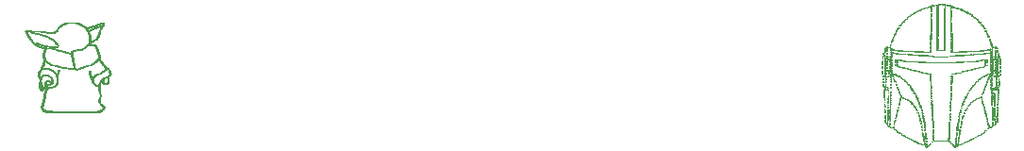
<source format=gbo>
G04*
G04 #@! TF.GenerationSoftware,Altium Limited,Altium Designer,20.0.12 (288)*
G04*
G04 Layer_Color=32896*
%FSLAX24Y24*%
%MOIN*%
G70*
G01*
G75*
%ADD12C,0.0020*%
%ADD75C,0.0030*%
D12*
X37040Y31660D02*
X37060D01*
X37100D02*
X37160D01*
X37180D02*
X37220D01*
X37240D02*
X37280D01*
X36980Y31640D02*
X37000D01*
X37040D02*
X37080D01*
X37100D02*
X37120D01*
X37180D02*
X37280D01*
X37300D02*
X37320D01*
X36820Y31620D02*
X36840D01*
X36860D02*
X36900D01*
X36960D02*
X37040D01*
X37260D02*
X37280D01*
X37300D02*
X37320D01*
X37360D02*
X37380D01*
X37400D02*
X37460D01*
X37480D02*
X37500D01*
X36800Y31600D02*
X36920D01*
X37020D02*
X37040D01*
X37280D02*
X37300D01*
X37360D02*
X37460D01*
X37480D02*
X37520D01*
X36740Y31580D02*
X36760D01*
X36780D02*
X36800D01*
X37000D02*
X37020D01*
X37040D02*
X37060D01*
X37500D02*
X37520D01*
X37540D02*
X37560D01*
X36680Y31560D02*
X36700D01*
X36720D02*
X36780D01*
X36800D02*
X36820D01*
X37000D02*
X37060D01*
X37280D02*
X37300D01*
X37480D02*
X37500D01*
X37520D02*
X37580D01*
X37600D02*
X37620D01*
X36620Y31540D02*
X36700D01*
X36760D02*
X36780D01*
X36800D02*
X36820D01*
X37000D02*
X37060D01*
X37280D02*
X37300D01*
X37480D02*
X37500D01*
X37520D02*
X37540D01*
X37560D02*
X37620D01*
X37660D02*
X37680D01*
X36560Y31520D02*
X36620D01*
X36640D02*
X36660D01*
X36780D02*
X36820D01*
X37000D02*
X37060D01*
X37280D02*
X37300D01*
X37480D02*
X37500D01*
X37620D02*
X37720D01*
X37740D02*
X37760D01*
X36520Y31500D02*
X36560D01*
X36780D02*
X36800D01*
X37000D02*
X37060D01*
X37240D02*
X37260D01*
X37280D02*
X37300D01*
X37480D02*
X37500D01*
X37700D02*
X37760D01*
X37780D02*
X37820D01*
X36460Y31480D02*
X36480D01*
X36500D02*
X36520D01*
X36800D02*
X36820D01*
X37000D02*
X37060D01*
X37240D02*
X37260D01*
X37280D02*
X37300D01*
X37480D02*
X37500D01*
X37760D02*
X37780D01*
X37800D02*
X37880D01*
X36380Y31460D02*
X36400D01*
X36420D02*
X36460D01*
X36780D02*
X36820D01*
X37000D02*
X37060D01*
X37240D02*
X37300D01*
X37480D02*
X37500D01*
X37820D02*
X37920D01*
X36360Y31440D02*
X36380D01*
X36400D02*
X36420D01*
X36780D02*
X36800D01*
X37000D02*
X37060D01*
X37240D02*
X37300D01*
X37480D02*
X37500D01*
X37860D02*
X37900D01*
X37920D02*
X37940D01*
X36320Y31420D02*
X36360D01*
X36780D02*
X36820D01*
X37000D02*
X37060D01*
X37240D02*
X37300D01*
X37480D02*
X37520D01*
X37940D02*
X38000D01*
X36300Y31400D02*
X36320D01*
X36780D02*
X36820D01*
X37000D02*
X37060D01*
X37240D02*
X37260D01*
X37280D02*
X37300D01*
X37480D02*
X37520D01*
X37960D02*
X38020D01*
X36260Y31380D02*
X36300D01*
X36780D02*
X36800D01*
X37000D02*
X37060D01*
X37240D02*
X37260D01*
X37280D02*
X37300D01*
X37480D02*
X37520D01*
X38000D02*
X38020D01*
X38060D02*
X38080D01*
X36200Y31360D02*
X36240D01*
X37000D02*
X37060D01*
X37240D02*
X37260D01*
X37280D02*
X37300D01*
X37480D02*
X37520D01*
X38020D02*
X38060D01*
X38080D02*
X38120D01*
X36200Y31340D02*
X36220D01*
X36800D02*
X36820D01*
X37000D02*
X37060D01*
X37240D02*
X37260D01*
X37280D02*
X37300D01*
X37480D02*
X37520D01*
X38060D02*
X38080D01*
X38120D02*
X38140D01*
X36160Y31320D02*
X36200D01*
X36780D02*
X36820D01*
X37000D02*
X37060D01*
X37240D02*
X37260D01*
X37280D02*
X37300D01*
X37480D02*
X37520D01*
X38100D02*
X38120D01*
X38140D02*
X38180D01*
X36100Y31300D02*
X36120D01*
X36140D02*
X36160D01*
X36800D02*
X36820D01*
X37000D02*
X37060D01*
X37240D02*
X37260D01*
X37280D02*
X37300D01*
X37480D02*
X37520D01*
X38160D02*
X38180D01*
X36080Y31280D02*
X36120D01*
X37000D02*
X37060D01*
X37240D02*
X37260D01*
X37280D02*
X37300D01*
X37480D02*
X37520D01*
X38180D02*
X38240D01*
X36040Y31260D02*
X36080D01*
X36780D02*
X36820D01*
X37000D02*
X37060D01*
X37240D02*
X37260D01*
X37280D02*
X37300D01*
X37480D02*
X37520D01*
X38220D02*
X38260D01*
X36020Y31240D02*
X36060D01*
X36780D02*
X36820D01*
X37000D02*
X37060D01*
X37260D02*
X37280D01*
X37480D02*
X37520D01*
X38220D02*
X38300D01*
X36000Y31220D02*
X36020D01*
X36780D02*
X36820D01*
X37000D02*
X37060D01*
X37260D02*
X37280D01*
X37480D02*
X37520D01*
X38280D02*
X38300D01*
X35960Y31200D02*
X36000D01*
X36780D02*
X36800D01*
X37000D02*
X37060D01*
X37240D02*
X37280D01*
X37480D02*
X37520D01*
X38300D02*
X38320D01*
X36780Y31180D02*
X36800D01*
X37000D02*
X37060D01*
X37240D02*
X37300D01*
X37480D02*
X37500D01*
X38300D02*
X38340D01*
X35940Y31160D02*
X35960D01*
X36780D02*
X36800D01*
X37000D02*
X37060D01*
X37260D02*
X37300D01*
X37480D02*
X37500D01*
X38320D02*
X38380D01*
X35920Y31140D02*
X35940D01*
X36780D02*
X36800D01*
X37000D02*
X37060D01*
X37260D02*
X37300D01*
X37480D02*
X37520D01*
X38380D02*
X38400D01*
X35880Y31120D02*
X35900D01*
X36780D02*
X36820D01*
X37000D02*
X37060D01*
X37260D02*
X37300D01*
X37480D02*
X37500D01*
X38380D02*
X38440D01*
X35860Y31100D02*
X35900D01*
X36780D02*
X36820D01*
X37000D02*
X37060D01*
X37260D02*
X37300D01*
X37480D02*
X37500D01*
X38420D02*
X38460D01*
X35840Y31080D02*
X35860D01*
X36800D02*
X36820D01*
X37000D02*
X37060D01*
X37240D02*
X37280D01*
X37480D02*
X37500D01*
X38420D02*
X38460D01*
X35820Y31060D02*
X35840D01*
X36800D02*
X36820D01*
X37000D02*
X37060D01*
X37260D02*
X37280D01*
X37480D02*
X37500D01*
X38440D02*
X38480D01*
X35800Y31040D02*
X35840D01*
X36800D02*
X36820D01*
X37000D02*
X37060D01*
X37260D02*
X37280D01*
X37480D02*
X37500D01*
X38460D02*
X38520D01*
X35780Y31020D02*
X35800D01*
X36800D02*
X36820D01*
X37000D02*
X37060D01*
X37240D02*
X37280D01*
X37480D02*
X37500D01*
X38480D02*
X38500D01*
X38520D02*
X38540D01*
X35780Y31000D02*
X35800D01*
X36780D02*
X36820D01*
X37000D02*
X37060D01*
X37240D02*
X37280D01*
X37480D02*
X37500D01*
X38500D02*
X38520D01*
X38540D02*
X38560D01*
X35740Y30980D02*
X35780D01*
X36780D02*
X36820D01*
X37000D02*
X37060D01*
X37260D02*
X37280D01*
X37480D02*
X37520D01*
X38500D02*
X38560D01*
X35740Y30960D02*
X35760D01*
X36780D02*
X36820D01*
X37000D02*
X37060D01*
X37260D02*
X37300D01*
X37480D02*
X37520D01*
X38540D02*
X38560D01*
X35720Y30940D02*
X35740D01*
X36780D02*
X36820D01*
X37000D02*
X37060D01*
X37260D02*
X37300D01*
X37500D02*
X37520D01*
X38560D02*
X38600D01*
X35700Y30920D02*
X35740D01*
X36780D02*
X36820D01*
X37000D02*
X37060D01*
X37260D02*
X37280D01*
X37480D02*
X37520D01*
X38560D02*
X38620D01*
X35680Y30900D02*
X35720D01*
X36780D02*
X36820D01*
X37000D02*
X37060D01*
X37260D02*
X37280D01*
X37480D02*
X37520D01*
X38580D02*
X38640D01*
X35660Y30880D02*
X35680D01*
X36780D02*
X36820D01*
X37000D02*
X37040D01*
X37260D02*
X37280D01*
X37480D02*
X37520D01*
X38600D02*
X38620D01*
X36780Y30860D02*
X36820D01*
X37000D02*
X37040D01*
X37260D02*
X37300D01*
X37480D02*
X37520D01*
X38620D02*
X38660D01*
X35660Y30840D02*
X35680D01*
X36780D02*
X36820D01*
X37000D02*
X37040D01*
X37260D02*
X37300D01*
X37480D02*
X37520D01*
X38660D02*
X38680D01*
X35620Y30820D02*
X35660D01*
X36780D02*
X36820D01*
X37000D02*
X37060D01*
X37260D02*
X37300D01*
X37480D02*
X37520D01*
X38640D02*
X38660D01*
X35620Y30800D02*
X35640D01*
X36780D02*
X36820D01*
X37000D02*
X37020D01*
X37040D02*
X37060D01*
X37260D02*
X37300D01*
X37480D02*
X37520D01*
X38640D02*
X38700D01*
X35600Y30780D02*
X35620D01*
X36780D02*
X36820D01*
X37000D02*
X37020D01*
X37040D02*
X37060D01*
X37260D02*
X37280D01*
X37500D02*
X37520D01*
X38700D02*
X38720D01*
X35580Y30760D02*
X35620D01*
X36800D02*
X36820D01*
X37000D02*
X37040D01*
X37260D02*
X37300D01*
X37480D02*
X37520D01*
X35580Y30740D02*
X35600D01*
X36800D02*
X36820D01*
X37000D02*
X37040D01*
X37260D02*
X37300D01*
X37480D02*
X37520D01*
X35560Y30720D02*
X35600D01*
X36780D02*
X36820D01*
X37000D02*
X37020D01*
X37260D02*
X37300D01*
X37480D02*
X37520D01*
X38700D02*
X38740D01*
X36780Y30700D02*
X36820D01*
X37000D02*
X37020D01*
X37480D02*
X37520D01*
X38700D02*
X38720D01*
X35560Y30680D02*
X35580D01*
X36780D02*
X36800D01*
X37000D02*
X37040D01*
X37260D02*
X37280D01*
X37480D02*
X37500D01*
X38720D02*
X38760D01*
X35540Y30660D02*
X35560D01*
X36780D02*
X36800D01*
X37000D02*
X37040D01*
X37260D02*
X37280D01*
X37480D02*
X37500D01*
X38740D02*
X38760D01*
X35540Y30640D02*
X35560D01*
X36780D02*
X36800D01*
X37000D02*
X37040D01*
X37260D02*
X37300D01*
X37480D02*
X37500D01*
X38760D02*
X38780D01*
X35520Y30620D02*
X35540D01*
X36780D02*
X36820D01*
X37000D02*
X37040D01*
X37260D02*
X37300D01*
X37520D02*
X37540D01*
X38740D02*
X38760D01*
X38780D02*
X38800D01*
X35500Y30600D02*
X35540D01*
X36780D02*
X36820D01*
X37000D02*
X37040D01*
X37480D02*
X37500D01*
X37520D02*
X37540D01*
X38760D02*
X38800D01*
X36780Y30580D02*
X36820D01*
X37000D02*
X37040D01*
X37260D02*
X37300D01*
X37520D02*
X37540D01*
X38760D02*
X38800D01*
X35480Y30560D02*
X35520D01*
X36760D02*
X36820D01*
X37000D02*
X37040D01*
X37260D02*
X37300D01*
X37500D02*
X37540D01*
X38800D02*
X38820D01*
X36760Y30540D02*
X36780D01*
X37000D02*
X37040D01*
X37260D02*
X37300D01*
X37500D02*
X37540D01*
X38800D02*
X38820D01*
X35480Y30520D02*
X35500D01*
X36760D02*
X36820D01*
X37000D02*
X37040D01*
X37260D02*
X37300D01*
X37500D02*
X37520D01*
X38800D02*
X38840D01*
X35460Y30500D02*
X35480D01*
X36760D02*
X36780D01*
X36800D02*
X36820D01*
X37000D02*
X37020D01*
X37260D02*
X37300D01*
X37500D02*
X37520D01*
X38800D02*
X38840D01*
X36760Y30480D02*
X36780D01*
X36800D02*
X36820D01*
X37000D02*
X37020D01*
X37260D02*
X37280D01*
X37500D02*
X37540D01*
X38820D02*
X38860D01*
X35440Y30460D02*
X35460D01*
X36760D02*
X36820D01*
X37000D02*
X37020D01*
X37260D02*
X37280D01*
X37520D02*
X37540D01*
X35440Y30440D02*
X35460D01*
X36760D02*
X36780D01*
X36800D02*
X36820D01*
X37000D02*
X37040D01*
X37260D02*
X37280D01*
X37500D02*
X37520D01*
X38860D02*
X38880D01*
X35420Y30420D02*
X35460D01*
X36760D02*
X36820D01*
X37000D02*
X37040D01*
X37260D02*
X37280D01*
X37500D02*
X37540D01*
X38840D02*
X38860D01*
X35420Y30400D02*
X35440D01*
X36760D02*
X36800D01*
X37000D02*
X37040D01*
X37260D02*
X37280D01*
X37500D02*
X37540D01*
X38860D02*
X38900D01*
X36780Y30380D02*
X36800D01*
X37000D02*
X37040D01*
X37260D02*
X37280D01*
X37520D02*
X37540D01*
X38860D02*
X38900D01*
X35400Y30360D02*
X35440D01*
X36780D02*
X36800D01*
X37000D02*
X37040D01*
X37260D02*
X37280D01*
X37520D02*
X37540D01*
X38860D02*
X38880D01*
X36780Y30340D02*
X36800D01*
X37000D02*
X37040D01*
X37260D02*
X37280D01*
X37500D02*
X37540D01*
X38880D02*
X38900D01*
X35400Y30320D02*
X35420D01*
X36760D02*
X36800D01*
X37000D02*
X37040D01*
X37260D02*
X37280D01*
X37500D02*
X37540D01*
X38880D02*
X38920D01*
X35380Y30300D02*
X35400D01*
X36760D02*
X36780D01*
X37000D02*
X37040D01*
X37260D02*
X37280D01*
X37500D02*
X37540D01*
X38880D02*
X38900D01*
X35380Y30280D02*
X35400D01*
X36760D02*
X36800D01*
X37000D02*
X37040D01*
X37260D02*
X37300D01*
X37500D02*
X37540D01*
X38900D02*
X38920D01*
X36760Y30260D02*
X36780D01*
X37000D02*
X37040D01*
X37260D02*
X37300D01*
X37500D02*
X37540D01*
X38900D02*
X38940D01*
X35360Y30240D02*
X35400D01*
X36760D02*
X36780D01*
X37000D02*
X37040D01*
X37260D02*
X37300D01*
X37500D02*
X37520D01*
X38900D02*
X38940D01*
X35360Y30220D02*
X35380D01*
X36760D02*
X36800D01*
X37000D02*
X37040D01*
X37260D02*
X37280D01*
X37500D02*
X37540D01*
X38900D02*
X38960D01*
X36780Y30200D02*
X36800D01*
X37000D02*
X37040D01*
X37260D02*
X37280D01*
X37500D02*
X37540D01*
X38920D02*
X38960D01*
X35340Y30180D02*
X35360D01*
X36780D02*
X36800D01*
X37000D02*
X37040D01*
X37260D02*
X37280D01*
X37500D02*
X37540D01*
X35220Y30160D02*
X35240D01*
X35340D02*
X35360D01*
X36760D02*
X36780D01*
X37000D02*
X37040D01*
X37260D02*
X37280D01*
X37500D02*
X37540D01*
X38920D02*
X38980D01*
X39060D02*
X39080D01*
X35200Y30140D02*
X35360D01*
X36760D02*
X36780D01*
X37000D02*
X37040D01*
X37260D02*
X37280D01*
X37500D02*
X37540D01*
X38940D02*
X38960D01*
X38980D02*
X39040D01*
X39060D02*
X39080D01*
X39100D02*
X39120D01*
X35180Y30120D02*
X35220D01*
X35320D02*
X35340D01*
X36780D02*
X36800D01*
X37000D02*
X37020D01*
X37260D02*
X37300D01*
X37500D02*
X37520D01*
X38940D02*
X38960D01*
X39060D02*
X39120D01*
X35200Y30100D02*
X35220D01*
X35340D02*
X35360D01*
X36760D02*
X36800D01*
X37000D02*
X37040D01*
X37260D02*
X37280D01*
X37500D02*
X37540D01*
X38940D02*
X38960D01*
X39100D02*
X39120D01*
X35160Y30080D02*
X35200D01*
X35220D02*
X35240D01*
X35340D02*
X35360D01*
X35400D02*
X35420D01*
X36780D02*
X36800D01*
X37020D02*
X37040D01*
X37260D02*
X37280D01*
X37500D02*
X37540D01*
X38880D02*
X38900D01*
X38940D02*
X38960D01*
X39060D02*
X39100D01*
X39120D02*
X39140D01*
X35160Y30060D02*
X35180D01*
X35220D02*
X35240D01*
X35340D02*
X35360D01*
X35380D02*
X35420D01*
X35440D02*
X35480D01*
X36780D02*
X36800D01*
X37000D02*
X37020D01*
X37260D02*
X37280D01*
X37520D02*
X37540D01*
X38800D02*
X38860D01*
X38900D02*
X38940D01*
X35160Y30040D02*
X35180D01*
X35220D02*
X35240D01*
X35340D02*
X35380D01*
X35420D02*
X35440D01*
X35460D02*
X35580D01*
X36760D02*
X36800D01*
X37000D02*
X37020D01*
X37040D02*
X37300D01*
X37520D02*
X37540D01*
X38700D02*
X38820D01*
X38840D02*
X38880D01*
X38940D02*
X38960D01*
X39060D02*
X39080D01*
X39120D02*
X39140D01*
X35360Y30020D02*
X35380D01*
X35500D02*
X35520D01*
X35560D02*
X35600D01*
X35620D02*
X35700D01*
X35720D02*
X35800D01*
X36780D02*
X36800D01*
X37020D02*
X37040D01*
X37060D02*
X37240D01*
X37500D02*
X37540D01*
X38520D02*
X38600D01*
X38620D02*
X38700D01*
X38720D02*
X38780D01*
X38940D02*
X38960D01*
X39060D02*
X39080D01*
X39120D02*
X39140D01*
X35220Y30000D02*
X35240D01*
X35380D02*
X35400D01*
X35620D02*
X35640D01*
X35660D02*
X35680D01*
X35700D02*
X35740D01*
X35780D02*
X35960D01*
X35980D02*
X36040D01*
X36780D02*
X36800D01*
X37500D02*
X37540D01*
X38300D02*
X38340D01*
X38380D02*
X38480D01*
X38500D02*
X38560D01*
X38600D02*
X38640D01*
X38900D02*
X38920D01*
X35160Y29980D02*
X35180D01*
X35380D02*
X35400D01*
X35880D02*
X36520D01*
X36760D02*
X36780D01*
X37500D02*
X37540D01*
X37780D02*
X37820D01*
X37840D02*
X38100D01*
X38120D02*
X38420D01*
X38920D02*
X38960D01*
X39060D02*
X39080D01*
X39120D02*
X39160D01*
X35140Y29960D02*
X35160D01*
X35180D02*
X35200D01*
X35360D02*
X35380D01*
X35420D02*
X35440D01*
X36220D02*
X36320D01*
X36360D02*
X36440D01*
X36460D02*
X36580D01*
X36600D02*
X36760D01*
X36780D02*
X36800D01*
X37500D02*
X37520D01*
X37540D02*
X37920D01*
X37940D02*
X38000D01*
X38020D02*
X38060D01*
X38880D02*
X38900D01*
X38920D02*
X38960D01*
X39040D02*
X39080D01*
X39100D02*
X39160D01*
X35220Y29940D02*
X35260D01*
X35380D02*
X35420D01*
X35440D02*
X35460D01*
X35480D02*
X35520D01*
X38780D02*
X38800D01*
X38820D02*
X38840D01*
X38860D02*
X38880D01*
X38900D02*
X38920D01*
X39040D02*
X39060D01*
X39080D02*
X39100D01*
X35100Y29920D02*
X35140D01*
X35220D02*
X35260D01*
X35380D02*
X35400D01*
X35520D02*
X35620D01*
X38640D02*
X38680D01*
X38700D02*
X38820D01*
X38900D02*
X38960D01*
X39180D02*
X39200D01*
X35100Y29900D02*
X35120D01*
X35240D02*
X35260D01*
X35360D02*
X35420D01*
X35560D02*
X35600D01*
X35620D02*
X35680D01*
X35700D02*
X35760D01*
X35780D02*
X35800D01*
X38480D02*
X38500D01*
X38520D02*
X38560D01*
X38580D02*
X38640D01*
X38660D02*
X38720D01*
X38880D02*
X38900D01*
X38920D02*
X38960D01*
X39060D02*
X39100D01*
X39160D02*
X39200D01*
X35220Y29880D02*
X35240D01*
X35360D02*
X35380D01*
X35400D02*
X35420D01*
X35740D02*
X35780D01*
X35800D02*
X35840D01*
X35860D02*
X35900D01*
X35940D02*
X36020D01*
X36060D02*
X36120D01*
X38180D02*
X38220D01*
X38300D02*
X38560D01*
X38940D02*
X38960D01*
X39040D02*
X39080D01*
X39160D02*
X39200D01*
X35120Y29860D02*
X35140D01*
X35400D02*
X35420D01*
X36000D02*
X36080D01*
X36100D02*
X36160D01*
X36180D02*
X36220D01*
X36240D02*
X36560D01*
X36580D02*
X36680D01*
X37660D02*
X37740D01*
X37780D02*
X37920D01*
X37960D02*
X38040D01*
X38060D02*
X38180D01*
X38200D02*
X38300D01*
X38880D02*
X38920D01*
X38940D02*
X38960D01*
X39040D02*
X39060D01*
X39080D02*
X39100D01*
X39160D02*
X39180D01*
X35100Y29840D02*
X35160D01*
X35200D02*
X35260D01*
X35360D02*
X35420D01*
X36340D02*
X36500D01*
X36520D02*
X36600D01*
X36620D02*
X36800D01*
X36820D02*
X36860D01*
X37440D02*
X37500D01*
X37520D02*
X37580D01*
X37600D02*
X37700D01*
X37720D02*
X37840D01*
X37860D02*
X37880D01*
X37920D02*
X37960D01*
X38880D02*
X38900D01*
X38920D02*
X38940D01*
X39060D02*
X39080D01*
X39180D02*
X39200D01*
X35080Y29820D02*
X35100D01*
X35140D02*
X35160D01*
X35220D02*
X35240D01*
X35340D02*
X35360D01*
X35380D02*
X35400D01*
X36840D02*
X36880D01*
X38900D02*
X38960D01*
X39040D02*
X39060D01*
X39080D02*
X39100D01*
X39140D02*
X39160D01*
X39200D02*
X39220D01*
X35080Y29800D02*
X35100D01*
X35140D02*
X35160D01*
X35220D02*
X35260D01*
X35280D02*
X35320D01*
X35340D02*
X35380D01*
X35400D02*
X35420D01*
X36860D02*
X36980D01*
X37320D02*
X37400D01*
X38900D02*
X38940D01*
X38960D02*
X38980D01*
X39000D02*
X39080D01*
X39140D02*
X39160D01*
X35240Y29780D02*
X35280D01*
X35320D02*
X35360D01*
X35400D02*
X35420D01*
X36900D02*
X37100D01*
X37120D02*
X37220D01*
X37240D02*
X37380D01*
X38880D02*
X38980D01*
X39020D02*
X39040D01*
X39080D02*
X39100D01*
X39120D02*
X39160D01*
X39200D02*
X39220D01*
X35080Y29760D02*
X35100D01*
X35160D02*
X35200D01*
X35220D02*
X35260D01*
X35360D02*
X35400D01*
X38880D02*
X38900D01*
X38920D02*
X38960D01*
X39040D02*
X39100D01*
X39140D02*
X39160D01*
X39200D02*
X39220D01*
X35080Y29740D02*
X35100D01*
X35140D02*
X35180D01*
X35200D02*
X35240D01*
X35320D02*
X35340D01*
X38940D02*
X38960D01*
X39020D02*
X39060D01*
X39120D02*
X39160D01*
X35140Y29720D02*
X35160D01*
X35200D02*
X35220D01*
X35260D02*
X35280D01*
X35340D02*
X35400D01*
X38900D02*
X38920D01*
X38940D02*
X38980D01*
X39060D02*
X39160D01*
X39220D02*
X39240D01*
X35140Y29700D02*
X35160D01*
X35180D02*
X35200D01*
X35240D02*
X35280D01*
X35340D02*
X35360D01*
X35380D02*
X35420D01*
X35520D02*
X35540D01*
X35560D02*
X35580D01*
X38700D02*
X38720D01*
X38740D02*
X38780D01*
X38900D02*
X38920D01*
X38940D02*
X38980D01*
X39020D02*
X39040D01*
X39060D02*
X39080D01*
X39100D02*
X39120D01*
X39140D02*
X39160D01*
X39200D02*
X39240D01*
X35180Y29680D02*
X35200D01*
X35240D02*
X35260D01*
X35280D02*
X35320D01*
X35340D02*
X35360D01*
X35400D02*
X35420D01*
X35540D02*
X35580D01*
X35600D02*
X35640D01*
X35660D02*
X35760D01*
X38560D02*
X38660D01*
X38680D02*
X38700D01*
X38920D02*
X38940D01*
X38960D02*
X39020D01*
X39040D02*
X39080D01*
X39100D02*
X39160D01*
X39200D02*
X39220D01*
X35080Y29660D02*
X35100D01*
X35140D02*
X35160D01*
X35200D02*
X35240D01*
X35320D02*
X35340D01*
X35360D02*
X35420D01*
X35520D02*
X35540D01*
X35600D02*
X35620D01*
X35680D02*
X35720D01*
X35740D02*
X35820D01*
X35840D02*
X35900D01*
X38400D02*
X38500D01*
X38520D02*
X38600D01*
X38700D02*
X38720D01*
X38760D02*
X38780D01*
X38880D02*
X38900D01*
X38920D02*
X38980D01*
X39080D02*
X39100D01*
X39120D02*
X39140D01*
X39220D02*
X39240D01*
X35060Y29640D02*
X35100D01*
X35140D02*
X35180D01*
X35200D02*
X35240D01*
X35320D02*
X35380D01*
X35600D02*
X35620D01*
X35820D02*
X35860D01*
X35880D02*
X35920D01*
X35940D02*
X36100D01*
X38180D02*
X38220D01*
X38240D02*
X38380D01*
X38400D02*
X38460D01*
X38680D02*
X38720D01*
X38760D02*
X38780D01*
X38900D02*
X38980D01*
X39040D02*
X39060D01*
X39080D02*
X39100D01*
X39120D02*
X39160D01*
X39200D02*
X39220D01*
X35060Y29620D02*
X35100D01*
X35140D02*
X35180D01*
X35200D02*
X35220D01*
X35360D02*
X35380D01*
X35520D02*
X35540D01*
X35580D02*
X35620D01*
X36020D02*
X36160D01*
X36180D02*
X36240D01*
X36260D02*
X36400D01*
X36420D02*
X36480D01*
X36520D02*
X36600D01*
X37680D02*
X37780D01*
X37820D02*
X37860D01*
X37880D02*
X37940D01*
X37980D02*
X38000D01*
X38040D02*
X38180D01*
X38220D02*
X38260D01*
X38900D02*
X38920D01*
X38940D02*
X38980D01*
X39040D02*
X39160D01*
X39220D02*
X39240D01*
X35060Y29600D02*
X35080D01*
X35140D02*
X35180D01*
X35200D02*
X35220D01*
X35340D02*
X35420D01*
X35520D02*
X35540D01*
X35580D02*
X35620D01*
X36360D02*
X36440D01*
X36480D02*
X36640D01*
X36660D02*
X36720D01*
X36760D02*
X36840D01*
X36880D02*
X37140D01*
X37160D02*
X37440D01*
X37480D02*
X37700D01*
X37720D02*
X37920D01*
X38680D02*
X38720D01*
X38760D02*
X38780D01*
X38900D02*
X38980D01*
X39040D02*
X39140D01*
X39220D02*
X39240D01*
X35140Y29580D02*
X35200D01*
X35240D02*
X35260D01*
X35340D02*
X35380D01*
X35400D02*
X35420D01*
X35580D02*
X35620D01*
X36980D02*
X37040D01*
X37080D02*
X37320D01*
X38680D02*
X38720D01*
X38880D02*
X38920D01*
X38940D02*
X38980D01*
X39040D02*
X39100D01*
X39120D02*
X39140D01*
X39220D02*
X39240D01*
X35060Y29560D02*
X35080D01*
X35140D02*
X35200D01*
X35220D02*
X35260D01*
X35340D02*
X35360D01*
X35400D02*
X35420D01*
X35580D02*
X35600D01*
X38700D02*
X38720D01*
X38880D02*
X38900D01*
X38940D02*
X38980D01*
X39080D02*
X39160D01*
X39200D02*
X39240D01*
X35060Y29540D02*
X35080D01*
X35140D02*
X35200D01*
X35220D02*
X35260D01*
X35320D02*
X35360D01*
X35380D02*
X35420D01*
X35520D02*
X35540D01*
X35580D02*
X35620D01*
X38680D02*
X38720D01*
X38880D02*
X38980D01*
X39040D02*
X39160D01*
X39220D02*
X39240D01*
X35140Y29520D02*
X35200D01*
X35220D02*
X35240D01*
X35320D02*
X35360D01*
X35380D02*
X35420D01*
X35520D02*
X35540D01*
X35600D02*
X35620D01*
X38680D02*
X38700D01*
X38880D02*
X38980D01*
X39040D02*
X39120D01*
X39140D02*
X39160D01*
X39220D02*
X39240D01*
X35140Y29500D02*
X35160D01*
X35180D02*
X35200D01*
X35220D02*
X35240D01*
X35380D02*
X35400D01*
X35520D02*
X35540D01*
X35580D02*
X35620D01*
X38700D02*
X38720D01*
X38760D02*
X38780D01*
X38920D02*
X38960D01*
X39060D02*
X39160D01*
X35140Y29480D02*
X35180D01*
X35220D02*
X35240D01*
X35340D02*
X35360D01*
X35400D02*
X35420D01*
X35520D02*
X35600D01*
X38700D02*
X38780D01*
X38880D02*
X38900D01*
X38920D02*
X38940D01*
X38960D02*
X38980D01*
X39040D02*
X39080D01*
X39100D02*
X39120D01*
X39140D02*
X39160D01*
X35060Y29460D02*
X35080D01*
X35140D02*
X35200D01*
X35320D02*
X35340D01*
X35380D02*
X35420D01*
X35600D02*
X35620D01*
X35640D02*
X35680D01*
X38640D02*
X38700D01*
X38880D02*
X38900D01*
X38920D02*
X38940D01*
X38960D02*
X38980D01*
X39100D02*
X39120D01*
X39140D02*
X39160D01*
X39220D02*
X39240D01*
X35060Y29440D02*
X35080D01*
X35160D02*
X35240D01*
X35320D02*
X35340D01*
X35380D02*
X35400D01*
X35660D02*
X35680D01*
X35700D02*
X35760D01*
X38560D02*
X38600D01*
X38620D02*
X38640D01*
X38880D02*
X38900D01*
X38920D02*
X38940D01*
X38960D02*
X38980D01*
X39060D02*
X39100D01*
X39120D02*
X39140D01*
X39220D02*
X39240D01*
X35140Y29420D02*
X35200D01*
X35320D02*
X35400D01*
X35760D02*
X35800D01*
X35820D02*
X35840D01*
X38480D02*
X38560D01*
X38880D02*
X38900D01*
X38920D02*
X38980D01*
X39040D02*
X39100D01*
X39120D02*
X39140D01*
X35060Y29400D02*
X35080D01*
X35140D02*
X35180D01*
X35240D02*
X35260D01*
X35320D02*
X35340D01*
X35380D02*
X35420D01*
X35780D02*
X35860D01*
X35900D02*
X35920D01*
X38380D02*
X38500D01*
X38880D02*
X38900D01*
X38920D02*
X38980D01*
X39080D02*
X39160D01*
X39220D02*
X39240D01*
X35060Y29380D02*
X35080D01*
X35140D02*
X35160D01*
X35180D02*
X35240D01*
X35340D02*
X35420D01*
X35860D02*
X36000D01*
X38320D02*
X38360D01*
X38380D02*
X38420D01*
X38880D02*
X38900D01*
X38920D02*
X38980D01*
X39040D02*
X39120D01*
X39140D02*
X39160D01*
X39220D02*
X39240D01*
X35140Y29360D02*
X35160D01*
X35180D02*
X35200D01*
X35340D02*
X35400D01*
X35960D02*
X36080D01*
X38220D02*
X38240D01*
X38260D02*
X38300D01*
X38320D02*
X38340D01*
X38880D02*
X38980D01*
X39060D02*
X39080D01*
X39120D02*
X39140D01*
X35140Y29340D02*
X35160D01*
X35180D02*
X35200D01*
X35220D02*
X35240D01*
X35320D02*
X35340D01*
X35380D02*
X35420D01*
X36040D02*
X36060D01*
X36080D02*
X36120D01*
X36140D02*
X36160D01*
X38160D02*
X38260D01*
X38880D02*
X38900D01*
X38920D02*
X38960D01*
X39040D02*
X39120D01*
X39140D02*
X39160D01*
X39220D02*
X39240D01*
X35140Y29320D02*
X35160D01*
X35180D02*
X35280D01*
X35360D02*
X35420D01*
X36120D02*
X36260D01*
X38060D02*
X38080D01*
X38100D02*
X38140D01*
X38160D02*
X38180D01*
X38900D02*
X38920D01*
X38940D02*
X39000D01*
X39020D02*
X39100D01*
X39120D02*
X39140D01*
X39220D02*
X39240D01*
X35060Y29300D02*
X35080D01*
X35140D02*
X35200D01*
X35220D02*
X35260D01*
X35280D02*
X35300D01*
X35320D02*
X35340D01*
X35380D02*
X35400D01*
X36200D02*
X36240D01*
X36280D02*
X36320D01*
X37980D02*
X38000D01*
X38060D02*
X38100D01*
X38900D02*
X38940D01*
X38960D02*
X38980D01*
X39000D02*
X39020D01*
X39040D02*
X39080D01*
X39100D02*
X39120D01*
X39140D02*
X39160D01*
X39220D02*
X39240D01*
X35140Y29280D02*
X35180D01*
X35200D02*
X35240D01*
X35300D02*
X35320D01*
X35340D02*
X35380D01*
X35400D02*
X35420D01*
X36300D02*
X36400D01*
X37900D02*
X38020D01*
X38880D02*
X38900D01*
X38920D02*
X38980D01*
X39080D02*
X39100D01*
X39120D02*
X39160D01*
X39220D02*
X39240D01*
X35060Y29260D02*
X35080D01*
X35140D02*
X35160D01*
X35180D02*
X35200D01*
X35300D02*
X35340D01*
X35400D02*
X35420D01*
X36360D02*
X36400D01*
X36420D02*
X36480D01*
X37880D02*
X37920D01*
X38920D02*
X38940D01*
X38960D02*
X38980D01*
X39060D02*
X39100D01*
X39120D02*
X39180D01*
X39220D02*
X39240D01*
X35060Y29240D02*
X35080D01*
X35160D02*
X35180D01*
X35200D02*
X35220D01*
X35300D02*
X35320D01*
X36460D02*
X36480D01*
X36520D02*
X36560D01*
X37740D02*
X37860D01*
X38880D02*
X38940D01*
X38960D02*
X39000D01*
X39060D02*
X39160D01*
X35140Y29220D02*
X35160D01*
X35300D02*
X35320D01*
X35380D02*
X35420D01*
X36520D02*
X36560D01*
X36580D02*
X36640D01*
X37660D02*
X37680D01*
X37700D02*
X37720D01*
X37740D02*
X37760D01*
X38880D02*
X38900D01*
X38920D02*
X38940D01*
X38960D02*
X38980D01*
X39080D02*
X39120D01*
X39140D02*
X39180D01*
X35160Y29200D02*
X35180D01*
X35200D02*
X35220D01*
X35300D02*
X35320D01*
X35360D02*
X35400D01*
X35440D02*
X35480D01*
X36620D02*
X36680D01*
X36700D02*
X36740D01*
X37580D02*
X37680D01*
X38840D02*
X38880D01*
X38920D02*
X38960D01*
X38980D02*
X39000D01*
X39080D02*
X39120D01*
X39140D02*
X39160D01*
X39220D02*
X39240D01*
X35060Y29180D02*
X35080D01*
X35140D02*
X35160D01*
X35180D02*
X35200D01*
X35380D02*
X35440D01*
X35460D02*
X35540D01*
X36680D02*
X36800D01*
X37520D02*
X37600D01*
X38780D02*
X38820D01*
X38860D02*
X38920D01*
X39080D02*
X39100D01*
X39120D02*
X39160D01*
X39220D02*
X39240D01*
X35140Y29160D02*
X35180D01*
X35360D02*
X35380D01*
X35420D02*
X35440D01*
X35460D02*
X35520D01*
X35560D02*
X35580D01*
X36760D02*
X36800D01*
X38720D02*
X38800D01*
X38840D02*
X38880D01*
X38920D02*
X38960D01*
X39100D02*
X39160D01*
X39220D02*
X39240D01*
X35080Y29140D02*
X35100D01*
X35120D02*
X35140D01*
X35160D02*
X35180D01*
X35280D02*
X35320D01*
X35380D02*
X35420D01*
X35440D02*
X35460D01*
X35540D02*
X35580D01*
X36780D02*
X36800D01*
X37500D02*
X37540D01*
X38680D02*
X38720D01*
X38740D02*
X38760D01*
X38880D02*
X38920D01*
X38960D02*
X38980D01*
X39000D02*
X39020D01*
X39100D02*
X39140D01*
X39180D02*
X39220D01*
X35080Y29120D02*
X35160D01*
X35180D02*
X35200D01*
X35280D02*
X35300D01*
X35320D02*
X35340D01*
X35360D02*
X35380D01*
X35420D02*
X35460D01*
X35600D02*
X35640D01*
X35660D02*
X35680D01*
X36760D02*
X36800D01*
X37500D02*
X37540D01*
X38640D02*
X38660D01*
X38680D02*
X38700D01*
X38860D02*
X38880D01*
X38920D02*
X38960D01*
X39000D02*
X39040D01*
X39100D02*
X39120D01*
X39140D02*
X39160D01*
X39180D02*
X39220D01*
X35100Y29100D02*
X35120D01*
X35140D02*
X35160D01*
X35180D02*
X35240D01*
X35260D02*
X35280D01*
X35360D02*
X35400D01*
X35620D02*
X35680D01*
X36760D02*
X36780D01*
X37500D02*
X37540D01*
X38620D02*
X38680D01*
X38840D02*
X38860D01*
X38900D02*
X38920D01*
X39020D02*
X39060D01*
X39080D02*
X39100D01*
X39120D02*
X39140D01*
X39160D02*
X39180D01*
X35120Y29080D02*
X35140D01*
X35180D02*
X35200D01*
X35380D02*
X35400D01*
X35440D02*
X35480D01*
X35680D02*
X35720D01*
X36760D02*
X36800D01*
X37520D02*
X37540D01*
X38580D02*
X38640D01*
X38820D02*
X38860D01*
X38900D02*
X38920D01*
X39080D02*
X39100D01*
X39180D02*
X39200D01*
X35180Y29060D02*
X35200D01*
X35360D02*
X35380D01*
X35720D02*
X35760D01*
X36760D02*
X36800D01*
X37520D02*
X37540D01*
X38540D02*
X38600D01*
X38820D02*
X38840D01*
X38920D02*
X38940D01*
X39080D02*
X39120D01*
X35100Y29040D02*
X35120D01*
X35180D02*
X35220D01*
X35380D02*
X35400D01*
X35460D02*
X35500D01*
X35740D02*
X35760D01*
X37500D02*
X37540D01*
X38520D02*
X38540D01*
X38820D02*
X38840D01*
X39080D02*
X39100D01*
X35100Y29020D02*
X35120D01*
X35380D02*
X35400D01*
X35480D02*
X35500D01*
X35760D02*
X35780D01*
X36760D02*
X36800D01*
X37500D02*
X37540D01*
X38500D02*
X38520D01*
X38800D02*
X38820D01*
X38920D02*
X38940D01*
X39100D02*
X39120D01*
X39180D02*
X39200D01*
X35200Y29000D02*
X35220D01*
X35360D02*
X35380D01*
X35480D02*
X35500D01*
X35780D02*
X35800D01*
X36760D02*
X36780D01*
X37520D02*
X37540D01*
X38480D02*
X38520D01*
X38920D02*
X38940D01*
X39080D02*
X39120D01*
X39180D02*
X39200D01*
X35100Y28980D02*
X35120D01*
X35180D02*
X35200D01*
X35380D02*
X35400D01*
X35480D02*
X35500D01*
X35820D02*
X35840D01*
X36760D02*
X36800D01*
X37520D02*
X37540D01*
X38460D02*
X38480D01*
X38800D02*
X38820D01*
X38900D02*
X38940D01*
X39080D02*
X39100D01*
X39180D02*
X39200D01*
X35180Y28960D02*
X35200D01*
X35380D02*
X35400D01*
X35500D02*
X35520D01*
X35860D02*
X35880D01*
X36760D02*
X36800D01*
X37500D02*
X37540D01*
X38440D02*
X38460D01*
X38780D02*
X38800D01*
X38900D02*
X38940D01*
X39080D02*
X39100D01*
X39180D02*
X39200D01*
X35100Y28940D02*
X35120D01*
X35180D02*
X35220D01*
X35380D02*
X35400D01*
X35500D02*
X35540D01*
X35840D02*
X35860D01*
X35880D02*
X35900D01*
X36780D02*
X36800D01*
X37500D02*
X37520D01*
X38400D02*
X38440D01*
X38780D02*
X38800D01*
X38900D02*
X38920D01*
X39080D02*
X39120D01*
X35100Y28920D02*
X35120D01*
X35360D02*
X35400D01*
X35520D02*
X35540D01*
X35860D02*
X35920D01*
X36780D02*
X36800D01*
X37500D02*
X37540D01*
X38380D02*
X38400D01*
X38760D02*
X38780D01*
X38900D02*
X38920D01*
X39180D02*
X39220D01*
X35120Y28900D02*
X35200D01*
X35380D02*
X35400D01*
X35920D02*
X35940D01*
X36780D02*
X36800D01*
X37500D02*
X37540D01*
X38760D02*
X38780D01*
X38900D02*
X38940D01*
X39100D02*
X39120D01*
X39140D02*
X39180D01*
X39200D02*
X39220D01*
X35100Y28880D02*
X35120D01*
X35160D02*
X35180D01*
X35380D02*
X35400D01*
X35540D02*
X35560D01*
X36780D02*
X36800D01*
X37500D02*
X37520D01*
X38360D02*
X38380D01*
X38920D02*
X38940D01*
X39080D02*
X39120D01*
X39180D02*
X39200D01*
X35940Y28860D02*
X35960D01*
X36780D02*
X36800D01*
X37500D02*
X37520D01*
X38340D02*
X38360D01*
X38740D02*
X38760D01*
X38920D02*
X38940D01*
X39080D02*
X39120D01*
X39180D02*
X39220D01*
X35180Y28840D02*
X35200D01*
X35360D02*
X35380D01*
X35540D02*
X35560D01*
X35940D02*
X35960D01*
X35980D02*
X36000D01*
X36780D02*
X36800D01*
X38740D02*
X38760D01*
X38900D02*
X38940D01*
X39100D02*
X39120D01*
X39180D02*
X39200D01*
X35100Y28820D02*
X35120D01*
X35180D02*
X35200D01*
X35540D02*
X35580D01*
X35980D02*
X36020D01*
X36780D02*
X36800D01*
X37500D02*
X37520D01*
X38320D02*
X38340D01*
X38720D02*
X38740D01*
X38900D02*
X38940D01*
X39200D02*
X39220D01*
X35100Y28800D02*
X35120D01*
X35180D02*
X35200D01*
X35360D02*
X35400D01*
X36000D02*
X36020D01*
X36780D02*
X36800D01*
X38280D02*
X38320D01*
X38720D02*
X38740D01*
X38900D02*
X38940D01*
X39100D02*
X39120D01*
X39180D02*
X39200D01*
X35100Y28780D02*
X35120D01*
X35180D02*
X35200D01*
X35360D02*
X35380D01*
X35560D02*
X35600D01*
X36020D02*
X36060D01*
X36780D02*
X36800D01*
X38260D02*
X38280D01*
X38900D02*
X38940D01*
X39120D02*
X39140D01*
X39160D02*
X39220D01*
X35100Y28760D02*
X35200D01*
X36060D02*
X36080D01*
X36780D02*
X36820D01*
X37500D02*
X37520D01*
X38240D02*
X38280D01*
X38700D02*
X38720D01*
X38920D02*
X38940D01*
X39100D02*
X39120D01*
X39180D02*
X39200D01*
X35120Y28740D02*
X35180D01*
X35200D02*
X35220D01*
X35380D02*
X35400D01*
X36780D02*
X36820D01*
X37500D02*
X37520D01*
X38220D02*
X38240D01*
X38700D02*
X38720D01*
X38900D02*
X38920D01*
X39080D02*
X39180D01*
X35140Y28720D02*
X35160D01*
X35180D02*
X35260D01*
X35360D02*
X35380D01*
X35580D02*
X35620D01*
X36040D02*
X36060D01*
X36080D02*
X36100D01*
X36780D02*
X36800D01*
X38240D02*
X38260D01*
X38700D02*
X38720D01*
X38900D02*
X38920D01*
X39040D02*
X39100D01*
X39120D02*
X39140D01*
X35160Y28700D02*
X35200D01*
X35240D02*
X35260D01*
X35280D02*
X35300D01*
X35360D02*
X35380D01*
X35600D02*
X35620D01*
X36060D02*
X36080D01*
X36100D02*
X36120D01*
X36800D02*
X36820D01*
X37480D02*
X37500D01*
X38680D02*
X38700D01*
X38900D02*
X38960D01*
X39020D02*
X39040D01*
X39080D02*
X39100D01*
X39120D02*
X39140D01*
X35180Y28680D02*
X35200D01*
X35260D02*
X35300D01*
X35360D02*
X35380D01*
X35600D02*
X35620D01*
X36080D02*
X36120D01*
X36780D02*
X36820D01*
X37480D02*
X37520D01*
X38200D02*
X38220D01*
X38680D02*
X38700D01*
X38900D02*
X38940D01*
X39000D02*
X39040D01*
X39100D02*
X39140D01*
X35140Y28660D02*
X35160D01*
X35180D02*
X35200D01*
X35240D02*
X35260D01*
X35620D02*
X35640D01*
X36080D02*
X36100D01*
X36120D02*
X36140D01*
X36780D02*
X36800D01*
X37480D02*
X37520D01*
X38200D02*
X38220D01*
X38660D02*
X38680D01*
X38900D02*
X38920D01*
X38940D02*
X38960D01*
X39000D02*
X39020D01*
X39040D02*
X39080D01*
X39100D02*
X39120D01*
X39140D02*
X39180D01*
X35120Y28640D02*
X35180D01*
X35200D02*
X35240D01*
X35260D02*
X35300D01*
X35620D02*
X35640D01*
X36100D02*
X36140D01*
X36780D02*
X36800D01*
X37480D02*
X37500D01*
X38160D02*
X38200D01*
X38660D02*
X38680D01*
X38940D02*
X38960D01*
X39020D02*
X39040D01*
X39060D02*
X39080D01*
X39120D02*
X39140D01*
X39160D02*
X39180D01*
X35640Y28620D02*
X35660D01*
X36140D02*
X36160D01*
X36780D02*
X36800D01*
X37500D02*
X37520D01*
X38140D02*
X38160D01*
X38920D02*
X38940D01*
X39000D02*
X39020D01*
X39140D02*
X39160D01*
X35120Y28600D02*
X35160D01*
X35280D02*
X35300D01*
X35640D02*
X35660D01*
X36120D02*
X36140D01*
X36780D02*
X36820D01*
X37480D02*
X37520D01*
X38120D02*
X38140D01*
X38640D02*
X38660D01*
X38920D02*
X38960D01*
X39140D02*
X39180D01*
X35280Y28580D02*
X35300D01*
X35640D02*
X35660D01*
X36140D02*
X36200D01*
X36780D02*
X36800D01*
X37480D02*
X37520D01*
X38120D02*
X38160D01*
X38640D02*
X38660D01*
X38920D02*
X38960D01*
X39160D02*
X39180D01*
X35120Y28560D02*
X35140D01*
X35360D02*
X35380D01*
X35660D02*
X35680D01*
X36180D02*
X36200D01*
X36780D02*
X36800D01*
X38620D02*
X38640D01*
X38920D02*
X38940D01*
X39140D02*
X39180D01*
X35140Y28540D02*
X35160D01*
X35280D02*
X35300D01*
X36160D02*
X36180D01*
X36200D02*
X36220D01*
X36780D02*
X36800D01*
X37480D02*
X37520D01*
X38100D02*
X38120D01*
X38620D02*
X38640D01*
X38920D02*
X38960D01*
X39160D02*
X39180D01*
X35120Y28520D02*
X35160D01*
X35360D02*
X35380D01*
X35660D02*
X35680D01*
X36200D02*
X36220D01*
X36780D02*
X36820D01*
X37500D02*
X37520D01*
X38080D02*
X38100D01*
X38620D02*
X38640D01*
X38920D02*
X38960D01*
X39000D02*
X39020D01*
X39140D02*
X39180D01*
X35120Y28500D02*
X35160D01*
X35340D02*
X35360D01*
X35680D02*
X35700D01*
X36200D02*
X36220D01*
X36780D02*
X36820D01*
X37500D02*
X37520D01*
X38920D02*
X38960D01*
X39000D02*
X39040D01*
X39140D02*
X39180D01*
X35120Y28480D02*
X35140D01*
X35340D02*
X35360D01*
X35680D02*
X35700D01*
X36200D02*
X36240D01*
X36780D02*
X36800D01*
X37480D02*
X37520D01*
X38080D02*
X38100D01*
X38600D02*
X38620D01*
X38920D02*
X38960D01*
X39020D02*
X39040D01*
X39140D02*
X39160D01*
X35120Y28460D02*
X35140D01*
X35360D02*
X35380D01*
X35700D02*
X35720D01*
X36240D02*
X36260D01*
X36780D02*
X36800D01*
X37480D02*
X37520D01*
X38040D02*
X38080D01*
X38580D02*
X38600D01*
X38940D02*
X38960D01*
X39020D02*
X39040D01*
X39140D02*
X39160D01*
X35120Y28440D02*
X35140D01*
X35280D02*
X35300D01*
X35340D02*
X35380D01*
X36240D02*
X36280D01*
X36780D02*
X36800D01*
X37480D02*
X37520D01*
X38940D02*
X38960D01*
X39000D02*
X39040D01*
X39140D02*
X39160D01*
X35120Y28420D02*
X35160D01*
X35340D02*
X35360D01*
X35720D02*
X35740D01*
X36260D02*
X36280D01*
X36780D02*
X36820D01*
X37480D02*
X37520D01*
X38040D02*
X38060D01*
X38920D02*
X38960D01*
X39020D02*
X39040D01*
X39140D02*
X39180D01*
X35120Y28400D02*
X35160D01*
X35340D02*
X35360D01*
X35720D02*
X35740D01*
X36240D02*
X36260D01*
X36280D02*
X36300D01*
X36780D02*
X36820D01*
X37480D02*
X37520D01*
X38020D02*
X38040D01*
X38560D02*
X38580D01*
X38920D02*
X38940D01*
X39020D02*
X39040D01*
X39140D02*
X39160D01*
X35120Y28380D02*
X35160D01*
X35280D02*
X35300D01*
X35340D02*
X35360D01*
X35720D02*
X35760D01*
X36260D02*
X36280D01*
X36800D02*
X36820D01*
X37480D02*
X37520D01*
X38000D02*
X38040D01*
X38540D02*
X38560D01*
X38940D02*
X38960D01*
X39000D02*
X39040D01*
X39140D02*
X39160D01*
X35120Y28360D02*
X35140D01*
X35280D02*
X35300D01*
X35340D02*
X35360D01*
X35720D02*
X35740D01*
X35760D02*
X35780D01*
X35800D02*
X35820D01*
X36260D02*
X36280D01*
X36300D02*
X36320D01*
X36780D02*
X36800D01*
X37480D02*
X37500D01*
X38000D02*
X38040D01*
X38480D02*
X38520D01*
X38560D02*
X38580D01*
X38920D02*
X38960D01*
X39000D02*
X39040D01*
X39140D02*
X39180D01*
X35280Y28340D02*
X35300D01*
X35340D02*
X35380D01*
X35780D02*
X35800D01*
X35820D02*
X35860D01*
X36300D02*
X36320D01*
X36780D02*
X36820D01*
X37480D02*
X37520D01*
X38000D02*
X38020D01*
X38440D02*
X38500D01*
X38580D02*
X38600D01*
X38940D02*
X38960D01*
X39020D02*
X39040D01*
X35140Y28320D02*
X35160D01*
X35260D02*
X35280D01*
X35340D02*
X35380D01*
X35700D02*
X35720D01*
X35880D02*
X35900D01*
X36280D02*
X36340D01*
X36800D02*
X36820D01*
X37500D02*
X37520D01*
X37980D02*
X38000D01*
X38400D02*
X38460D01*
X38580D02*
X38600D01*
X38920D02*
X38960D01*
X39000D02*
X39040D01*
X39140D02*
X39160D01*
X35140Y28300D02*
X35160D01*
X35260D02*
X35300D01*
X35340D02*
X35360D01*
X35900D02*
X35920D01*
X37500D02*
X37520D01*
X37960D02*
X38000D01*
X38360D02*
X38400D01*
X38920D02*
X38960D01*
X39000D02*
X39040D01*
X39140D02*
X39180D01*
X35140Y28280D02*
X35160D01*
X35260D02*
X35300D01*
X35340D02*
X35360D01*
X35700D02*
X35720D01*
X35920D02*
X35960D01*
X35980D02*
X36000D01*
X36300D02*
X36320D01*
X37480D02*
X37500D01*
X37960D02*
X37980D01*
X38340D02*
X38360D01*
X38580D02*
X38600D01*
X38920D02*
X38940D01*
X39020D02*
X39040D01*
X35140Y28260D02*
X35160D01*
X35280D02*
X35300D01*
X35340D02*
X35380D01*
X35700D02*
X35720D01*
X35960D02*
X35980D01*
X36000D02*
X36020D01*
X36320D02*
X36360D01*
X36800D02*
X36820D01*
X37480D02*
X37500D01*
X37940D02*
X37960D01*
X38280D02*
X38340D01*
X38580D02*
X38600D01*
X38920D02*
X38960D01*
X39020D02*
X39040D01*
X39140D02*
X39160D01*
X35260Y28240D02*
X35280D01*
X35340D02*
X35360D01*
X35680D02*
X35700D01*
X36020D02*
X36060D01*
X36320D02*
X36340D01*
X37480D02*
X37500D01*
X37940D02*
X37980D01*
X38280D02*
X38300D01*
X38580D02*
X38620D01*
X38920D02*
X38960D01*
X39000D02*
X39040D01*
X39140D02*
X39160D01*
X35260Y28220D02*
X35280D01*
X35340D02*
X35360D01*
X35680D02*
X35700D01*
X36020D02*
X36080D01*
X36340D02*
X36360D01*
X36820D02*
X36840D01*
X37480D02*
X37500D01*
X37920D02*
X37960D01*
X38240D02*
X38280D01*
X38600D02*
X38620D01*
X38920D02*
X38940D01*
X39000D02*
X39040D01*
X39140D02*
X39160D01*
X35140Y28200D02*
X35160D01*
X35340D02*
X35380D01*
X35680D02*
X35700D01*
X36040D02*
X36060D01*
X36080D02*
X36100D01*
X36360D02*
X36380D01*
X36800D02*
X36820D01*
X37460D02*
X37480D01*
X37940D02*
X37960D01*
X38220D02*
X38240D01*
X38600D02*
X38620D01*
X38920D02*
X38960D01*
X39020D02*
X39040D01*
X39140D02*
X39160D01*
X35260Y28180D02*
X35300D01*
X35340D02*
X35380D01*
X35680D02*
X35700D01*
X36100D02*
X36120D01*
X36340D02*
X36380D01*
X36800D02*
X36820D01*
X37460D02*
X37480D01*
X37920D02*
X37940D01*
X38200D02*
X38220D01*
X38600D02*
X38620D01*
X38920D02*
X38960D01*
X35260Y28160D02*
X35280D01*
X35340D02*
X35360D01*
X35660D02*
X35700D01*
X36080D02*
X36100D01*
X36120D02*
X36140D01*
X36360D02*
X36400D01*
X36800D02*
X36820D01*
X37460D02*
X37500D01*
X37900D02*
X37920D01*
X38180D02*
X38200D01*
X38600D02*
X38620D01*
X38920D02*
X38960D01*
X39020D02*
X39040D01*
X39140D02*
X39160D01*
X35340Y28140D02*
X35360D01*
X35660D02*
X35680D01*
X36100D02*
X36120D01*
X36140D02*
X36160D01*
X36380D02*
X36400D01*
X36800D02*
X36840D01*
X37480D02*
X37500D01*
X37900D02*
X37940D01*
X38620D02*
X38640D01*
X38920D02*
X38960D01*
X39020D02*
X39040D01*
X39140D02*
X39160D01*
X35140Y28120D02*
X35160D01*
X35340D02*
X35380D01*
X35660D02*
X35680D01*
X36120D02*
X36160D01*
X36360D02*
X36380D01*
X36800D02*
X36840D01*
X37480D02*
X37500D01*
X37900D02*
X37920D01*
X38140D02*
X38180D01*
X38620D02*
X38640D01*
X38920D02*
X38960D01*
X39020D02*
X39040D01*
X39120D02*
X39160D01*
X35140Y28100D02*
X35160D01*
X35340D02*
X35360D01*
X35660D02*
X35680D01*
X36160D02*
X36180D01*
X36380D02*
X36420D01*
X36800D02*
X36820D01*
X37460D02*
X37500D01*
X37880D02*
X37920D01*
X38120D02*
X38160D01*
X38620D02*
X38660D01*
X38920D02*
X38960D01*
X39020D02*
X39040D01*
X39120D02*
X39160D01*
X35140Y28080D02*
X35160D01*
X35260D02*
X35280D01*
X35340D02*
X35360D01*
X35660D02*
X35680D01*
X36180D02*
X36200D01*
X36380D02*
X36400D01*
X36820D02*
X36840D01*
X37460D02*
X37500D01*
X38120D02*
X38140D01*
X39020D02*
X39040D01*
X39120D02*
X39160D01*
X35140Y28060D02*
X35180D01*
X35340D02*
X35360D01*
X36200D02*
X36220D01*
X36400D02*
X36440D01*
X36820D02*
X36840D01*
X37460D02*
X37500D01*
X37860D02*
X37880D01*
X38100D02*
X38120D01*
X38640D02*
X38660D01*
X39020D02*
X39040D01*
X35140Y28040D02*
X35160D01*
X35340D02*
X35360D01*
X36200D02*
X36220D01*
X36400D02*
X36420D01*
X36820D02*
X36840D01*
X37480D02*
X37500D01*
X38640D02*
X38680D01*
X38940D02*
X38960D01*
X39140D02*
X39160D01*
X35140Y28020D02*
X35180D01*
X35260D02*
X35280D01*
X35340D02*
X35360D01*
X35640D02*
X35660D01*
X36200D02*
X36240D01*
X36420D02*
X36440D01*
X37460D02*
X37500D01*
X38640D02*
X38660D01*
X38940D02*
X38960D01*
X39120D02*
X39160D01*
X35260Y28000D02*
X35280D01*
X35340D02*
X35360D01*
X35620D02*
X35660D01*
X36240D02*
X36260D01*
X36440D02*
X36460D01*
X37460D02*
X37480D01*
X37860D02*
X37880D01*
X38060D02*
X38080D01*
X38640D02*
X38680D01*
X38940D02*
X38960D01*
X39120D02*
X39160D01*
X35340Y27980D02*
X35360D01*
X36220D02*
X36240D01*
X36420D02*
X36460D01*
X36800D02*
X36840D01*
X37460D02*
X37500D01*
X37840D02*
X37880D01*
X38040D02*
X38060D01*
X38660D02*
X38680D01*
X38940D02*
X38980D01*
X39020D02*
X39040D01*
X39140D02*
X39160D01*
X35140Y27960D02*
X35160D01*
X35340D02*
X35360D01*
X36240D02*
X36280D01*
X36440D02*
X36460D01*
X36820D02*
X36840D01*
X37480D02*
X37500D01*
X38040D02*
X38060D01*
X38680D02*
X38700D01*
X38940D02*
X38980D01*
X39020D02*
X39040D01*
X39140D02*
X39160D01*
X35140Y27940D02*
X35160D01*
X35320D02*
X35360D01*
X35620D02*
X35640D01*
X36260D02*
X36280D01*
X36460D02*
X36480D01*
X36820D02*
X36840D01*
X37460D02*
X37500D01*
X37840D02*
X37860D01*
X38020D02*
X38040D01*
X38660D02*
X38700D01*
X38960D02*
X38980D01*
X39020D02*
X39040D01*
X39140D02*
X39160D01*
X35260Y27920D02*
X35280D01*
X35340D02*
X35360D01*
X35600D02*
X35620D01*
X36460D02*
X36480D01*
X36820D02*
X36840D01*
X37460D02*
X37480D01*
X37820D02*
X37860D01*
X38000D02*
X38020D01*
X38940D02*
X38980D01*
X39020D02*
X39040D01*
X39120D02*
X39160D01*
X35160Y27900D02*
X35180D01*
X35260D02*
X35280D01*
X35320D02*
X35360D01*
X35600D02*
X35620D01*
X36300D02*
X36320D01*
X36440D02*
X36480D01*
X37460D02*
X37480D01*
X37840D02*
X37860D01*
X38940D02*
X38980D01*
X39020D02*
X39040D01*
X39120D02*
X39160D01*
X35260Y27880D02*
X35280D01*
X35340D02*
X35360D01*
X35600D02*
X35620D01*
X36280D02*
X36320D01*
X36820D02*
X36840D01*
X37820D02*
X37840D01*
X37980D02*
X38020D01*
X38680D02*
X38720D01*
X38940D02*
X38980D01*
X39020D02*
X39040D01*
X39140D02*
X39160D01*
X35160Y27860D02*
X35180D01*
X35260D02*
X35280D01*
X35320D02*
X35360D01*
X35600D02*
X35620D01*
X36480D02*
X36500D01*
X36820D02*
X36840D01*
X37820D02*
X37840D01*
X38680D02*
X38720D01*
X38960D02*
X38980D01*
X39020D02*
X39040D01*
X39140D02*
X39160D01*
X35160Y27840D02*
X35180D01*
X35260D02*
X35280D01*
X35320D02*
X35360D01*
X35580D02*
X35600D01*
X36300D02*
X36340D01*
X36460D02*
X36500D01*
X36840D02*
X36860D01*
X37800D02*
X37840D01*
X37980D02*
X38000D01*
X38700D02*
X38720D01*
X38960D02*
X38980D01*
X39020D02*
X39040D01*
X39120D02*
X39160D01*
X35160Y27820D02*
X35180D01*
X35320D02*
X35340D01*
X36320D02*
X36340D01*
X36480D02*
X36500D01*
X36820D02*
X36860D01*
X37800D02*
X37820D01*
X37960D02*
X37980D01*
X38700D02*
X38720D01*
X38960D02*
X38980D01*
X39120D02*
X39160D01*
X35320Y27800D02*
X35360D01*
X36340D02*
X36360D01*
X36500D02*
X36520D01*
X36820D02*
X36860D01*
X37960D02*
X37980D01*
X38700D02*
X38740D01*
X38960D02*
X38980D01*
X39040D02*
X39060D01*
X39140D02*
X39160D01*
X35260Y27780D02*
X35280D01*
X35320D02*
X35360D01*
X35580D02*
X35600D01*
X36480D02*
X36520D01*
X36820D02*
X36860D01*
X37460D02*
X37480D01*
X37780D02*
X37800D01*
X37940D02*
X37960D01*
X38700D02*
X38720D01*
X38940D02*
X38980D01*
X39020D02*
X39040D01*
X39120D02*
X39140D01*
X35260Y27760D02*
X35280D01*
X35340D02*
X35360D01*
X35560D02*
X35580D01*
X36340D02*
X36360D01*
X36480D02*
X36500D01*
X36820D02*
X36860D01*
X37440D02*
X37480D01*
X37780D02*
X37820D01*
X38720D02*
X38740D01*
X38940D02*
X38980D01*
X39020D02*
X39040D01*
X39120D02*
X39140D01*
X35160Y27740D02*
X35180D01*
X35260D02*
X35280D01*
X35320D02*
X35360D01*
X35560D02*
X35580D01*
X36340D02*
X36360D01*
X36500D02*
X36520D01*
X36840D02*
X36860D01*
X37440D02*
X37460D01*
X37780D02*
X37800D01*
X37920D02*
X37960D01*
X38720D02*
X38740D01*
X38960D02*
X38980D01*
X39020D02*
X39060D01*
X39120D02*
X39140D01*
X35260Y27720D02*
X35280D01*
X35320D02*
X35360D01*
X36340D02*
X36380D01*
X36500D02*
X36520D01*
X36820D02*
X36860D01*
X37780D02*
X37800D01*
X37920D02*
X37940D01*
X38720D02*
X38760D01*
X38940D02*
X38980D01*
X39120D02*
X39140D01*
X35160Y27700D02*
X35180D01*
X35260D02*
X35280D01*
X35320D02*
X35360D01*
X35540D02*
X35580D01*
X36360D02*
X36400D01*
X36500D02*
X36540D01*
X36820D02*
X36860D01*
X37920D02*
X37940D01*
X38720D02*
X38740D01*
X38940D02*
X38980D01*
X39020D02*
X39060D01*
X39100D02*
X39140D01*
X35160Y27680D02*
X35200D01*
X35260D02*
X35280D01*
X35320D02*
X35360D01*
X36360D02*
X36400D01*
X36500D02*
X36540D01*
X36820D02*
X36860D01*
X37460D02*
X37480D01*
X37760D02*
X37780D01*
X37900D02*
X37920D01*
X38720D02*
X38760D01*
X38940D02*
X38980D01*
X39020D02*
X39060D01*
X39100D02*
X39120D01*
X35160Y27660D02*
X35200D01*
X35240D02*
X35280D01*
X35320D02*
X35340D01*
X35540D02*
X35560D01*
X36380D02*
X36400D01*
X36500D02*
X36520D01*
X36840D02*
X36860D01*
X37460D02*
X37480D01*
X37780D02*
X37800D01*
X37900D02*
X37920D01*
X38740D02*
X38760D01*
X38960D02*
X38980D01*
X39100D02*
X39120D01*
X35160Y27640D02*
X35180D01*
X35240D02*
X35280D01*
X35320D02*
X35360D01*
X35540D02*
X35560D01*
X36400D02*
X36420D01*
X36500D02*
X36540D01*
X36820D02*
X36860D01*
X37440D02*
X37460D01*
X37780D02*
X37800D01*
X38760D02*
X38780D01*
X38960D02*
X38980D01*
X39020D02*
X39060D01*
X39120D02*
X39140D01*
X35320Y27620D02*
X35360D01*
X35520D02*
X35540D01*
X36520D02*
X36560D01*
X36820D02*
X36860D01*
X37440D02*
X37460D01*
X37780D02*
X37800D01*
X37880D02*
X37920D01*
X38740D02*
X38780D01*
X38940D02*
X38980D01*
X39020D02*
X39060D01*
X39120D02*
X39140D01*
X35180Y27600D02*
X35200D01*
X35260D02*
X35280D01*
X35320D02*
X35360D01*
X36400D02*
X36420D01*
X36540D02*
X36560D01*
X36820D02*
X36860D01*
X37460D02*
X37480D01*
X37740D02*
X37760D01*
X37880D02*
X37900D01*
X38760D02*
X38780D01*
X38940D02*
X38980D01*
X39020D02*
X39060D01*
X39120D02*
X39140D01*
X35180Y27580D02*
X35200D01*
X35240D02*
X35280D01*
X35320D02*
X35360D01*
X36400D02*
X36420D01*
X36520D02*
X36540D01*
X36820D02*
X36860D01*
X37460D02*
X37480D01*
X37740D02*
X37780D01*
X37880D02*
X37900D01*
X38960D02*
X38980D01*
X39020D02*
X39060D01*
X39100D02*
X39120D01*
X35160Y27560D02*
X35180D01*
X35240D02*
X35280D01*
X35340D02*
X35360D01*
X35520D02*
X35540D01*
X36400D02*
X36420D01*
X36520D02*
X36540D01*
X36820D02*
X36840D01*
X37460D02*
X37480D01*
X37740D02*
X37780D01*
X38780D02*
X38800D01*
X38960D02*
X38980D01*
X39020D02*
X39040D01*
X39120D02*
X39140D01*
X35180Y27540D02*
X35200D01*
X35320D02*
X35340D01*
X35500D02*
X35520D01*
X36400D02*
X36420D01*
X36520D02*
X36540D01*
X36840D02*
X36860D01*
X37740D02*
X37780D01*
X37860D02*
X37900D01*
X38760D02*
X38800D01*
X39040D02*
X39060D01*
X39120D02*
X39140D01*
X35160Y27520D02*
X35180D01*
X35240D02*
X35260D01*
X35320D02*
X35340D01*
X35500D02*
X35520D01*
X36420D02*
X36440D01*
X36520D02*
X36540D01*
X36840D02*
X36880D01*
X37740D02*
X37780D01*
X37860D02*
X37880D01*
X38760D02*
X38800D01*
X39100D02*
X39140D01*
X35160Y27500D02*
X35180D01*
X35500D02*
X35520D01*
X36520D02*
X36560D01*
X36860D02*
X36880D01*
X37420D02*
X37440D01*
X37740D02*
X37780D01*
X37860D02*
X37880D01*
X38780D02*
X38800D01*
X38960D02*
X38980D01*
X39120D02*
X39140D01*
X35180Y27480D02*
X35200D01*
X35240D02*
X35260D01*
X35500D02*
X35520D01*
X36440D02*
X36460D01*
X36540D02*
X36580D01*
X36860D02*
X36880D01*
X37420D02*
X37440D01*
X37740D02*
X37760D01*
X38780D02*
X38800D01*
X38960D02*
X39000D01*
X39040D02*
X39060D01*
X39080D02*
X39120D01*
X35180Y27460D02*
X35200D01*
X35220D02*
X35240D01*
X35320D02*
X35340D01*
X35480D02*
X35500D01*
X36420D02*
X36460D01*
X36540D02*
X36580D01*
X36840D02*
X36880D01*
X37420D02*
X37440D01*
X37720D02*
X37740D01*
X37840D02*
X37880D01*
X38780D02*
X38820D01*
X38960D02*
X39000D01*
X39040D02*
X39060D01*
X39080D02*
X39100D01*
X35220Y27440D02*
X35260D01*
X35320D02*
X35340D01*
X35480D02*
X35500D01*
X36420D02*
X36440D01*
X36840D02*
X36860D01*
X37420D02*
X37460D01*
X37720D02*
X37760D01*
X37840D02*
X37880D01*
X38800D02*
X38820D01*
X38960D02*
X38980D01*
X39040D02*
X39100D01*
X35220Y27420D02*
X35240D01*
X35320D02*
X35340D01*
X35480D02*
X35500D01*
X36440D02*
X36460D01*
X36560D02*
X36580D01*
X36840D02*
X36880D01*
X37420D02*
X37440D01*
X37740D02*
X37760D01*
X37860D02*
X37880D01*
X38960D02*
X39000D01*
X39060D02*
X39080D01*
X35240Y27400D02*
X35260D01*
X35320D02*
X35340D01*
X36560D02*
X36580D01*
X36840D02*
X36880D01*
X37440D02*
X37460D01*
X37720D02*
X37740D01*
X38800D02*
X38840D01*
X38960D02*
X39000D01*
X35320Y27380D02*
X35340D01*
X35480D02*
X35500D01*
X36560D02*
X36580D01*
X36860D02*
X36880D01*
X37420D02*
X37440D01*
X37720D02*
X37760D01*
X37840D02*
X37860D01*
X38800D02*
X38820D01*
X39000D02*
X39020D01*
X39040D02*
X39060D01*
X35260Y27360D02*
X35320D01*
X36460D02*
X36480D01*
X36560D02*
X36580D01*
X36860D02*
X36880D01*
X37420D02*
X37440D01*
X37720D02*
X37760D01*
X37840D02*
X37860D01*
X38820D02*
X38840D01*
X38960D02*
X39000D01*
X35300Y27340D02*
X35320D01*
X35340D02*
X35360D01*
X35460D02*
X35480D01*
X36540D02*
X36600D01*
X36840D02*
X36880D01*
X37420D02*
X37440D01*
X37740D02*
X37760D01*
X37820D02*
X37840D01*
X35320Y27320D02*
X35360D01*
X35440D02*
X35480D01*
X36440D02*
X36460D01*
X36580D02*
X36600D01*
X36840D02*
X36880D01*
X37420D02*
X37460D01*
X37700D02*
X37740D01*
X37820D02*
X37860D01*
X38820D02*
X38860D01*
X38900D02*
X38920D01*
X38940D02*
X38960D01*
X35360Y27300D02*
X35400D01*
X35420D02*
X35440D01*
X35460D02*
X35480D01*
X36460D02*
X36480D01*
X36560D02*
X36600D01*
X36840D02*
X36880D01*
X37420D02*
X37440D01*
X37720D02*
X37740D01*
X37820D02*
X37840D01*
X38840D02*
X38920D01*
X35480Y27280D02*
X35500D01*
X36460D02*
X36480D01*
X36560D02*
X36600D01*
X36840D02*
X36880D01*
X37420D02*
X37440D01*
X37700D02*
X37740D01*
X37820D02*
X37840D01*
X38820D02*
X38840D01*
X35480Y27260D02*
X35500D01*
X36580D02*
X36600D01*
X37420D02*
X37440D01*
X37700D02*
X37740D01*
X38800D02*
X38820D01*
X35500Y27240D02*
X35540D01*
X36460D02*
X36480D01*
X36560D02*
X36580D01*
X36840D02*
X36860D01*
X37700D02*
X37740D01*
X37800D02*
X37820D01*
X35520Y27220D02*
X35540D01*
X36480D02*
X36500D01*
X36580D02*
X36600D01*
X36840D02*
X36880D01*
X37420D02*
X37460D01*
X37720D02*
X37740D01*
X37800D02*
X37820D01*
X35540Y27200D02*
X35580D01*
X36480D02*
X36500D01*
X36560D02*
X36600D01*
X36840D02*
X36880D01*
X37420D02*
X37460D01*
X37700D02*
X37740D01*
X37800D02*
X37840D01*
X38740D02*
X38760D01*
X35560Y27180D02*
X35600D01*
X36480D02*
X36500D01*
X36560D02*
X36580D01*
X36840D02*
X36880D01*
X37420D02*
X37460D01*
X37700D02*
X37720D01*
X37820D02*
X37840D01*
X38700D02*
X38740D01*
X35580Y27160D02*
X35620D01*
X36840D02*
X36880D01*
X37420D02*
X37460D01*
X37800D02*
X37820D01*
X38680D02*
X38700D01*
X35600Y27140D02*
X35640D01*
X36580D02*
X36600D01*
X36840D02*
X36880D01*
X37700D02*
X37720D01*
X37800D02*
X37820D01*
X38660D02*
X38680D01*
X35640Y27120D02*
X35680D01*
X36480D02*
X36500D01*
X36580D02*
X36600D01*
X36840D02*
X36880D01*
X37420D02*
X37460D01*
X37700D02*
X37720D01*
X37780D02*
X37820D01*
X38640D02*
X38660D01*
X35660Y27100D02*
X35700D01*
X36480D02*
X36520D01*
X36580D02*
X36620D01*
X36840D02*
X36880D01*
X37420D02*
X37440D01*
X37680D02*
X37700D01*
X37800D02*
X37820D01*
X38600D02*
X38640D01*
X35720Y27080D02*
X35740D01*
X36580D02*
X36620D01*
X36840D02*
X36860D01*
X37440D02*
X37460D01*
X37700D02*
X37720D01*
X37780D02*
X37820D01*
X38580D02*
X38620D01*
X35740Y27060D02*
X35760D01*
X36500D02*
X36520D01*
X36580D02*
X36620D01*
X36840D02*
X36860D01*
X37420D02*
X37460D01*
X37680D02*
X37720D01*
X37800D02*
X37820D01*
X38560D02*
X38580D01*
X35760Y27040D02*
X35800D01*
X36500D02*
X36520D01*
X36580D02*
X36620D01*
X36860D02*
X36880D01*
X37420D02*
X37440D01*
X37680D02*
X37720D01*
X38500D02*
X38540D01*
X35780Y27020D02*
X35800D01*
X35820D02*
X35840D01*
X36580D02*
X36600D01*
X37420D02*
X37440D01*
X37680D02*
X37720D01*
X37780D02*
X37800D01*
X38460D02*
X38500D01*
X35820Y27000D02*
X35840D01*
X35860D02*
X35880D01*
X36500D02*
X36540D01*
X36580D02*
X36600D01*
X37420D02*
X37460D01*
X37680D02*
X37700D01*
X37780D02*
X37800D01*
X38420D02*
X38460D01*
X35860Y26980D02*
X35900D01*
X36500D02*
X36540D01*
X36600D02*
X36620D01*
X36860D02*
X36880D01*
X37420D02*
X37440D01*
X37680D02*
X37700D01*
X37780D02*
X37800D01*
X38420D02*
X38440D01*
X35900Y26960D02*
X35920D01*
X35940D02*
X35960D01*
X36520D02*
X36540D01*
X36600D02*
X36620D01*
X36860D02*
X36880D01*
X37420D02*
X37440D01*
X37680D02*
X37700D01*
X37760D02*
X37780D01*
X38340D02*
X38360D01*
X38380D02*
X38400D01*
X35960Y26940D02*
X36000D01*
X36520D02*
X36540D01*
X36620D02*
X36640D01*
X36880D02*
X36900D01*
X37400D02*
X37440D01*
X37760D02*
X37780D01*
X38300D02*
X38320D01*
X35980Y26920D02*
X36020D01*
X36520D02*
X36540D01*
X36600D02*
X36620D01*
X36860D02*
X36900D01*
X37420D02*
X37440D01*
X37660D02*
X37700D01*
X38280D02*
X38300D01*
X36020Y26900D02*
X36040D01*
X36520D02*
X36540D01*
X36600D02*
X36640D01*
X36880D02*
X36900D01*
X37420D02*
X37440D01*
X37660D02*
X37700D01*
X37760D02*
X37780D01*
X38240D02*
X38280D01*
X36040Y26880D02*
X36080D01*
X36520D02*
X36540D01*
X36620D02*
X36640D01*
X36860D02*
X36900D01*
X37400D02*
X37440D01*
X37660D02*
X37680D01*
X37740D02*
X37780D01*
X38180D02*
X38220D01*
X38240D02*
X38260D01*
X36080Y26860D02*
X36160D01*
X36520D02*
X36540D01*
X36860D02*
X36880D01*
X37400D02*
X37420D01*
X37660D02*
X37700D01*
X37740D02*
X37760D01*
X38160D02*
X38180D01*
X38200D02*
X38220D01*
X36140Y26840D02*
X36160D01*
X36520D02*
X36560D01*
X36600D02*
X36640D01*
X36880D02*
X36920D01*
X36940D02*
X37040D01*
X37060D02*
X37400D01*
X37420D02*
X37440D01*
X37660D02*
X37700D01*
X37740D02*
X37780D01*
X38120D02*
X38160D01*
X36160Y26820D02*
X36240D01*
X36540D02*
X36560D01*
X36620D02*
X36640D01*
X36900D02*
X36980D01*
X37000D02*
X37120D01*
X37200D02*
X37220D01*
X37260D02*
X37400D01*
X37420D02*
X37440D01*
X37680D02*
X37700D01*
X38100D02*
X38120D01*
X36200Y26800D02*
X36220D01*
X36240D02*
X36260D01*
X36620D02*
X36640D01*
X36820D02*
X36840D01*
X37420D02*
X37440D01*
X37460D02*
X37480D01*
X37680D02*
X37700D01*
X37740D02*
X37760D01*
X38060D02*
X38080D01*
X36260Y26780D02*
X36280D01*
X36300D02*
X36320D01*
X36540D02*
X36560D01*
X36820D02*
X36840D01*
X37440D02*
X37480D01*
X37660D02*
X37680D01*
X37740D02*
X37760D01*
X38000D02*
X38040D01*
X36300Y26760D02*
X36360D01*
X36560D02*
X36580D01*
X37480D02*
X37500D01*
X37660D02*
X37680D01*
X37740D02*
X37760D01*
X37940D02*
X37960D01*
X37980D02*
X38000D01*
X36320Y26740D02*
X36340D01*
X36360D02*
X36400D01*
X36540D02*
X36560D01*
X36620D02*
X36640D01*
X36780D02*
X36800D01*
X37480D02*
X37500D01*
X37520D02*
X37540D01*
X37720D02*
X37740D01*
X37900D02*
X37920D01*
X36400Y26720D02*
X36460D01*
X36560D02*
X36580D01*
X36620D02*
X36660D01*
X36740D02*
X36780D01*
X37500D02*
X37560D01*
X37660D02*
X37680D01*
X37720D02*
X37760D01*
X37860D02*
X37880D01*
X37900D02*
X37920D01*
X36440Y26700D02*
X36500D01*
X36520D02*
X36540D01*
X36560D02*
X36580D01*
X36640D02*
X36660D01*
X37540D02*
X37580D01*
X37720D02*
X37740D01*
X37800D02*
X37860D01*
X36500Y26680D02*
X36580D01*
X36600D02*
X36640D01*
X36720D02*
X36740D01*
X37540D02*
X37560D01*
X37580D02*
X37600D01*
X37640D02*
X37680D01*
X37700D02*
X37720D01*
X37740D02*
X37800D01*
X36580Y26660D02*
X36640D01*
X36700D02*
X36720D01*
X37560D02*
X37580D01*
X37600D02*
X37620D01*
X37660D02*
X37700D01*
X37720D02*
X37740D01*
X36580Y26640D02*
X36680D01*
X37580D02*
X37600D01*
X37620D02*
X37660D01*
X37680D02*
X37720D01*
X36620Y26620D02*
X36660D01*
X37600D02*
X37620D01*
X37640D02*
X37700D01*
X36620Y26600D02*
X36660D01*
X37620D02*
X37660D01*
D75*
X6300Y31010D02*
X6600D01*
X7500D02*
X7560D01*
X6180Y30980D02*
X6720D01*
X7440D02*
X7590D01*
X6120Y30950D02*
X6300D01*
X6600D02*
X6780D01*
X7350D02*
X7500D01*
X7530D02*
X7590D01*
X6060Y30920D02*
X6210D01*
X6690D02*
X6810D01*
X7290D02*
X7440D01*
X7530D02*
X7590D01*
X6030Y30890D02*
X6120D01*
X6750D02*
X6900D01*
X7170D02*
X7350D01*
X7410D02*
X7440D01*
X7500D02*
X7590D01*
X6000Y30860D02*
X6090D01*
X6810D02*
X6960D01*
X7050D02*
X7290D01*
X7320D02*
X7440D01*
X7500D02*
X7560D01*
X5970Y30830D02*
X6030D01*
X6900D02*
X7170D01*
X7230D02*
X7380D01*
X7470D02*
X7530D01*
X5940Y30800D02*
X6000D01*
X6930D02*
X7050D01*
X7170D02*
X7320D01*
X7440D02*
X7530D01*
X5910Y30770D02*
X5970D01*
X6960D02*
X7020D01*
X7080D02*
X7230D01*
X7440D02*
X7500D01*
X4830Y30740D02*
X5010D01*
X5880D02*
X5940D01*
X6960D02*
X7140D01*
X7410D02*
X7470D01*
X4800Y30710D02*
X5340D01*
X5850D02*
X5940D01*
X6990D02*
X7080D01*
X7410D02*
X7470D01*
X4800Y30680D02*
X4860D01*
X5070D02*
X5520D01*
X5820D02*
X5910D01*
X6990D02*
X7050D01*
X7410D02*
X7470D01*
X4830Y30650D02*
X4890D01*
X4980D02*
X5130D01*
X5340D02*
X5880D01*
X7020D02*
X7050D01*
X7380D02*
X7440D01*
X4830Y30620D02*
X4890D01*
X5010D02*
X5280D01*
X5550D02*
X5850D01*
X7020D02*
X7080D01*
X7380D02*
X7440D01*
X4860Y30590D02*
X4920D01*
X5160D02*
X5400D01*
X7020D02*
X7080D01*
X7380D02*
X7440D01*
X4860Y30560D02*
X4920D01*
X5310D02*
X5520D01*
X7050D02*
X7110D01*
X7350D02*
X7410D01*
X4890Y30530D02*
X4950D01*
X5430D02*
X5580D01*
X7050D02*
X7110D01*
X7350D02*
X7410D01*
X4890Y30500D02*
X4980D01*
X5520D02*
X5670D01*
X7050D02*
X7110D01*
X7320D02*
X7410D01*
X4920Y30470D02*
X4980D01*
X5610D02*
X5730D01*
X7050D02*
X7110D01*
X7320D02*
X7380D01*
X4950Y30440D02*
X5010D01*
X5670D02*
X5790D01*
X7050D02*
X7110D01*
X7290D02*
X7350D01*
X4950Y30410D02*
X5040D01*
X5730D02*
X5820D01*
X7050D02*
X7110D01*
X7260D02*
X7350D01*
X4980Y30380D02*
X5040D01*
X5760D02*
X5820D01*
X7050D02*
X7110D01*
X7230D02*
X7320D01*
X5010Y30350D02*
X5070D01*
X5790D02*
X5850D01*
X7050D02*
X7110D01*
X7170D02*
X7260D01*
X5010Y30320D02*
X5100D01*
X5820D02*
X5880D01*
X7050D02*
X7230D01*
X5040Y30290D02*
X5130D01*
X5190D02*
X5250D01*
X5850D02*
X5910D01*
X7050D02*
X7170D01*
X5100Y30260D02*
X5310D01*
X5850D02*
X5940D01*
X7020D02*
X7110D01*
X5130Y30230D02*
X5220D01*
X5250D02*
X5430D01*
X5880D02*
X5970D01*
X6990D02*
X7290D01*
X5160Y30200D02*
X5280D01*
X5340D02*
X5580D01*
X5940D02*
X6000D01*
X6960D02*
X7320D01*
X5220Y30170D02*
X5400D01*
X5460D02*
X5970D01*
X6930D02*
X6990D01*
X7260D02*
X7320D01*
X5280Y30140D02*
X5550D01*
X5640D02*
X5940D01*
X6900D02*
X6960D01*
X7290D02*
X7350D01*
X5400Y30110D02*
X5730D01*
X6870D02*
X6930D01*
X7290D02*
X7350D01*
X5490Y30080D02*
X5550D01*
X5610D02*
X5850D01*
X6810D02*
X6900D01*
X7290D02*
X7350D01*
X5490Y30050D02*
X5550D01*
X5760D02*
X5970D01*
X6630D02*
X6870D01*
X7320D02*
X7380D01*
X5460Y30020D02*
X5520D01*
X5880D02*
X6090D01*
X6480D02*
X6810D01*
X7320D02*
X7380D01*
X5460Y29990D02*
X5520D01*
X5970D02*
X6210D01*
X6420D02*
X6600D01*
X7320D02*
X7380D01*
X5460Y29960D02*
X5520D01*
X6120D02*
X6330D01*
X6420D02*
X6480D01*
X7350D02*
X7410D01*
X5430Y29930D02*
X5490D01*
X6210D02*
X6480D01*
X7350D02*
X7410D01*
X5430Y29900D02*
X5490D01*
X6360D02*
X6480D01*
X7350D02*
X7410D01*
X5430Y29870D02*
X5490D01*
X6420D02*
X6480D01*
X7380D02*
X7440D01*
X5430Y29840D02*
X5490D01*
X6420D02*
X6480D01*
X7380D02*
X7440D01*
X5430Y29810D02*
X5490D01*
X6420D02*
X6480D01*
X7380D02*
X7440D01*
X5430Y29780D02*
X5490D01*
X6450D02*
X6480D01*
X7380D02*
X7440D01*
X5430Y29750D02*
X5520D01*
X6450D02*
X6510D01*
X7380D02*
X7440D01*
X5460Y29720D02*
X5520D01*
X6450D02*
X6510D01*
X7350D02*
X7440D01*
X5460Y29690D02*
X5520D01*
X6450D02*
X6510D01*
X7320D02*
X7470D01*
X5460Y29660D02*
X5550D01*
X6450D02*
X6510D01*
X7290D02*
X7380D01*
X7410D02*
X7500D01*
X5460Y29630D02*
X5580D01*
X6450D02*
X6510D01*
X7260D02*
X7350D01*
X7440D02*
X7530D01*
X5430Y29600D02*
X5490D01*
X5550D02*
X5640D01*
X6480D02*
X6510D01*
X7230D02*
X7320D01*
X7470D02*
X7560D01*
X5430Y29570D02*
X5490D01*
X5580D02*
X5700D01*
X6480D02*
X6540D01*
X7170D02*
X7260D01*
X7500D02*
X7560D01*
X5430Y29540D02*
X5490D01*
X5640D02*
X5760D01*
X6480D02*
X6540D01*
X7110D02*
X7230D01*
X7530D02*
X7590D01*
X5430Y29510D02*
X5490D01*
X5700D02*
X5850D01*
X6480D02*
X6540D01*
X7050D02*
X7170D01*
X7530D02*
X7620D01*
X5400Y29480D02*
X5460D01*
X5760D02*
X5940D01*
X6510D02*
X6570D01*
X6960D02*
X7110D01*
X7560D02*
X7620D01*
X5400Y29450D02*
X5460D01*
X5850D02*
X6060D01*
X6510D02*
X6570D01*
X6840D02*
X7020D01*
X7590D02*
X7650D01*
X5370Y29420D02*
X5430D01*
X5970D02*
X6270D01*
X6510D02*
X6570D01*
X6750D02*
X6930D01*
X7590D02*
X7680D01*
X5370Y29390D02*
X5640D01*
X6090D02*
X6600D01*
X6690D02*
X6840D01*
X7620D02*
X7740D01*
X5340Y29360D02*
X5730D01*
X6330D02*
X6750D01*
X7620D02*
X7770D01*
X5310Y29330D02*
X5400D01*
X5670D02*
X5790D01*
X5970D02*
X6030D01*
X6600D02*
X6660D01*
X7590D02*
X7680D01*
X7740D02*
X7800D01*
X5280Y29300D02*
X5370D01*
X5730D02*
X5820D01*
X5970D02*
X6030D01*
X7050D02*
X7110D01*
X7530D02*
X7620D01*
X7740D02*
X7830D01*
X5250Y29270D02*
X5340D01*
X5790D02*
X5850D01*
X5940D02*
X6000D01*
X7050D02*
X7110D01*
X7500D02*
X7590D01*
X7770D02*
X7830D01*
X5250Y29240D02*
X5310D01*
X5820D02*
X5880D01*
X5940D02*
X6000D01*
X7050D02*
X7110D01*
X7440D02*
X7530D01*
X7770D02*
X7830D01*
X5250Y29210D02*
X5310D01*
X5850D02*
X5910D01*
X5940D02*
X6000D01*
X7050D02*
X7110D01*
X7380D02*
X7500D01*
X7800D02*
X7860D01*
X5250Y29180D02*
X5310D01*
X5850D02*
X5910D01*
X5940D02*
X5970D01*
X7050D02*
X7110D01*
X7320D02*
X7440D01*
X7800D02*
X7860D01*
X5250Y29150D02*
X5310D01*
X5430D02*
X5610D01*
X5880D02*
X5970D01*
X7050D02*
X7110D01*
X7260D02*
X7380D01*
X7770D02*
X7830D01*
X5250Y29120D02*
X5310D01*
X5400D02*
X5670D01*
X5880D02*
X5970D01*
X7080D02*
X7140D01*
X7230D02*
X7320D01*
X7710D02*
X7830D01*
X5250Y29090D02*
X5310D01*
X5370D02*
X5430D01*
X5610D02*
X5730D01*
X5880D02*
X5970D01*
X7080D02*
X7140D01*
X7200D02*
X7290D01*
X7650D02*
X7770D01*
X5280Y29060D02*
X5400D01*
X5700D02*
X5760D01*
X5910D02*
X5940D01*
X7080D02*
X7140D01*
X7200D02*
X7260D01*
X7560D02*
X7770D01*
X5280Y29030D02*
X5400D01*
X5730D02*
X5760D01*
X5910D02*
X5970D01*
X7110D02*
X7230D01*
X7530D02*
X7620D01*
X7710D02*
X7770D01*
X5310Y29000D02*
X5400D01*
X5730D02*
X5790D01*
X5910D02*
X5970D01*
X7110D02*
X7230D01*
X7500D02*
X7590D01*
X7710D02*
X7770D01*
X5310Y28970D02*
X5370D01*
X5550D02*
X5640D01*
X5730D02*
X5790D01*
X5910D02*
X5970D01*
X7140D02*
X7230D01*
X7470D02*
X7590D01*
X7710D02*
X7770D01*
X5310Y28940D02*
X5370D01*
X5520D02*
X5580D01*
X5610D02*
X5790D01*
X5910D02*
X5970D01*
X7170D02*
X7230D01*
X7440D02*
X7500D01*
X7530D02*
X7590D01*
X7710D02*
X7770D01*
X5280Y28910D02*
X5400D01*
X5520D02*
X5550D01*
X5670D02*
X5730D01*
X5760D02*
X5790D01*
X5910D02*
X5970D01*
X7170D02*
X7230D01*
X7440D02*
X7500D01*
X7530D02*
X7590D01*
X7680D02*
X7740D01*
X5280Y28880D02*
X5400D01*
X5490D02*
X5550D01*
X5730D02*
X5790D01*
X5910D02*
X5970D01*
X7200D02*
X7230D01*
X7410D02*
X7470D01*
X7530D02*
X7590D01*
X7680D02*
X7740D01*
X5280Y28850D02*
X5400D01*
X5490D02*
X5550D01*
X5700D02*
X5790D01*
X5880D02*
X5940D01*
X7200D02*
X7260D01*
X7410D02*
X7470D01*
X7530D02*
X7740D01*
X5280Y28820D02*
X5400D01*
X5490D02*
X5760D01*
X5880D02*
X5940D01*
X7230D02*
X7290D01*
X7380D02*
X7440D01*
X7560D02*
X7710D01*
X5280Y28790D02*
X5340D01*
X5370D02*
X5430D01*
X5490D02*
X5550D01*
X5580D02*
X5700D01*
X5850D02*
X5910D01*
X7260D02*
X7440D01*
X5280Y28760D02*
X5340D01*
X5370D02*
X5430D01*
X5490D02*
X5580D01*
X5790D02*
X5880D01*
X7290D02*
X7440D01*
X5280Y28730D02*
X5340D01*
X5400D02*
X5460D01*
X5490D02*
X5850D01*
X7380D02*
X7440D01*
X5280Y28700D02*
X5340D01*
X5400D02*
X5760D01*
X7380D02*
X7440D01*
X5310Y28670D02*
X5370D01*
X5400D02*
X5490D01*
X5520D02*
X5610D01*
X7380D02*
X7440D01*
X5310Y28640D02*
X5460D01*
X5520D02*
X5580D01*
X7380D02*
X7440D01*
X5340Y28610D02*
X5430D01*
X5490D02*
X5550D01*
X7380D02*
X7440D01*
X5490Y28580D02*
X5550D01*
X7410D02*
X7470D01*
X5490Y28550D02*
X5550D01*
X7410D02*
X7470D01*
X5490Y28520D02*
X5550D01*
X7410D02*
X7470D01*
X5460Y28490D02*
X5520D01*
X7410D02*
X7470D01*
X5460Y28460D02*
X5520D01*
X7440D02*
X7500D01*
X5460Y28430D02*
X5520D01*
X7440D02*
X7500D01*
X5460Y28400D02*
X5520D01*
X7440D02*
X7500D01*
X5460Y28370D02*
X5520D01*
X7410D02*
X7470D01*
X5460Y28340D02*
X5520D01*
X7410D02*
X7470D01*
X5430Y28310D02*
X5490D01*
X7410D02*
X7470D01*
X5430Y28280D02*
X5490D01*
X7380D02*
X7440D01*
X5430Y28250D02*
X5490D01*
X7380D02*
X7440D01*
X5430Y28220D02*
X5490D01*
X7380D02*
X7440D01*
X5430Y28190D02*
X5490D01*
X7380D02*
X7440D01*
X5400Y28160D02*
X5460D01*
X7410D02*
X7470D01*
X5400Y28130D02*
X5460D01*
X7440D02*
X7530D01*
X5400Y28100D02*
X5460D01*
X7470D02*
X7560D01*
X5370Y28070D02*
X5460D01*
X7500D02*
X7590D01*
X5370Y28040D02*
X5430D01*
X7530D02*
X7620D01*
X5370Y28010D02*
X5430D01*
X7560D02*
X7620D01*
X5370Y27980D02*
X5430D01*
X7560D02*
X7620D01*
X5400Y27950D02*
X5460D01*
X7530D02*
X7590D01*
X5400Y27920D02*
X5520D01*
X7470D02*
X7590D01*
X5430Y27890D02*
X5760D01*
X7350D02*
X7530D01*
X5430Y27860D02*
X7530D01*
X5520Y27830D02*
X5580D01*
X5610D02*
X5670D01*
X5700D02*
X7380D01*
X7410D02*
X7470D01*
M02*

</source>
